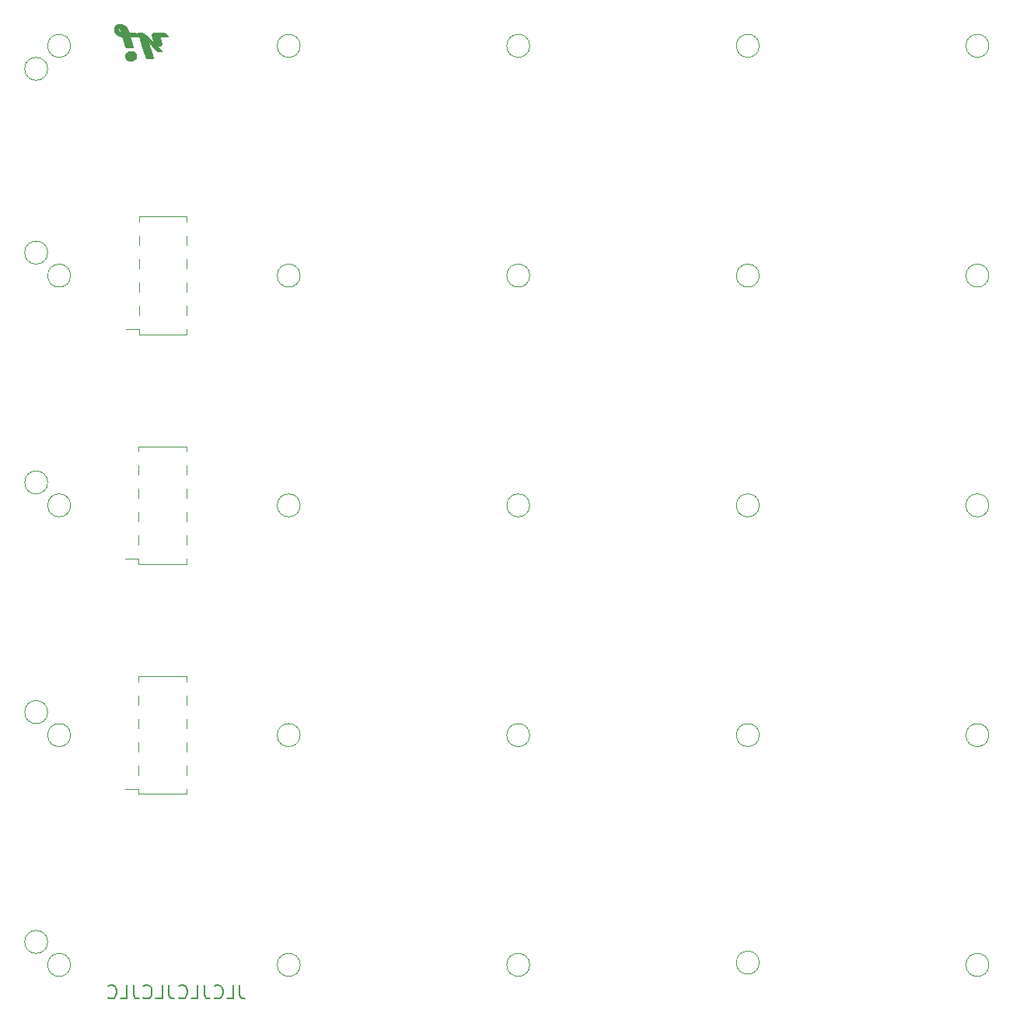
<source format=gbr>
%TF.GenerationSoftware,KiCad,Pcbnew,(5.1.10)-1*%
%TF.CreationDate,2021-09-12T14:26:05+02:00*%
%TF.ProjectId,LED_Cube_5X5X5_PCB2,4c45445f-4375-4626-955f-35583558355f,rev?*%
%TF.SameCoordinates,Original*%
%TF.FileFunction,Legend,Bot*%
%TF.FilePolarity,Positive*%
%FSLAX46Y46*%
G04 Gerber Fmt 4.6, Leading zero omitted, Abs format (unit mm)*
G04 Created by KiCad (PCBNEW (5.1.10)-1) date 2021-09-12 14:26:05*
%MOMM*%
%LPD*%
G01*
G04 APERTURE LIST*
%ADD10C,0.200000*%
%ADD11C,0.010000*%
%ADD12C,0.120000*%
G04 APERTURE END LIST*
D10*
X118928571Y-145178571D02*
X118928571Y-146250000D01*
X119000000Y-146464285D01*
X119142857Y-146607142D01*
X119357142Y-146678571D01*
X119500000Y-146678571D01*
X117500000Y-146678571D02*
X118214285Y-146678571D01*
X118214285Y-145178571D01*
X116142857Y-146535714D02*
X116214285Y-146607142D01*
X116428571Y-146678571D01*
X116571428Y-146678571D01*
X116785714Y-146607142D01*
X116928571Y-146464285D01*
X117000000Y-146321428D01*
X117071428Y-146035714D01*
X117071428Y-145821428D01*
X117000000Y-145535714D01*
X116928571Y-145392857D01*
X116785714Y-145250000D01*
X116571428Y-145178571D01*
X116428571Y-145178571D01*
X116214285Y-145250000D01*
X116142857Y-145321428D01*
X115071428Y-145178571D02*
X115071428Y-146250000D01*
X115142857Y-146464285D01*
X115285714Y-146607142D01*
X115500000Y-146678571D01*
X115642857Y-146678571D01*
X113642857Y-146678571D02*
X114357142Y-146678571D01*
X114357142Y-145178571D01*
X112285714Y-146535714D02*
X112357142Y-146607142D01*
X112571428Y-146678571D01*
X112714285Y-146678571D01*
X112928571Y-146607142D01*
X113071428Y-146464285D01*
X113142857Y-146321428D01*
X113214285Y-146035714D01*
X113214285Y-145821428D01*
X113142857Y-145535714D01*
X113071428Y-145392857D01*
X112928571Y-145250000D01*
X112714285Y-145178571D01*
X112571428Y-145178571D01*
X112357142Y-145250000D01*
X112285714Y-145321428D01*
X111214285Y-145178571D02*
X111214285Y-146250000D01*
X111285714Y-146464285D01*
X111428571Y-146607142D01*
X111642857Y-146678571D01*
X111785714Y-146678571D01*
X109785714Y-146678571D02*
X110500000Y-146678571D01*
X110500000Y-145178571D01*
X108428571Y-146535714D02*
X108500000Y-146607142D01*
X108714285Y-146678571D01*
X108857142Y-146678571D01*
X109071428Y-146607142D01*
X109214285Y-146464285D01*
X109285714Y-146321428D01*
X109357142Y-146035714D01*
X109357142Y-145821428D01*
X109285714Y-145535714D01*
X109214285Y-145392857D01*
X109071428Y-145250000D01*
X108857142Y-145178571D01*
X108714285Y-145178571D01*
X108500000Y-145250000D01*
X108428571Y-145321428D01*
X107357142Y-145178571D02*
X107357142Y-146250000D01*
X107428571Y-146464285D01*
X107571428Y-146607142D01*
X107785714Y-146678571D01*
X107928571Y-146678571D01*
X105928571Y-146678571D02*
X106642857Y-146678571D01*
X106642857Y-145178571D01*
X104571428Y-146535714D02*
X104642857Y-146607142D01*
X104857142Y-146678571D01*
X105000000Y-146678571D01*
X105214285Y-146607142D01*
X105357142Y-146464285D01*
X105428571Y-146321428D01*
X105500000Y-146035714D01*
X105500000Y-145821428D01*
X105428571Y-145535714D01*
X105357142Y-145392857D01*
X105214285Y-145250000D01*
X105000000Y-145178571D01*
X104857142Y-145178571D01*
X104642857Y-145250000D01*
X104571428Y-145321428D01*
D11*
%TO.C,G\u002A\u002A\u002A*%
G36*
X107104847Y-44653026D02*
G01*
X107180185Y-44646665D01*
X107229321Y-44637346D01*
X107321437Y-44603119D01*
X107412698Y-44551765D01*
X107496411Y-44488136D01*
X107565882Y-44417082D01*
X107600933Y-44368057D01*
X107640878Y-44279193D01*
X107662275Y-44179432D01*
X107665188Y-44075156D01*
X107649682Y-43972752D01*
X107615822Y-43878603D01*
X107595605Y-43842200D01*
X107527889Y-43756168D01*
X107441974Y-43681069D01*
X107344331Y-43621784D01*
X107258724Y-43587999D01*
X107201962Y-43575741D01*
X107132243Y-43567515D01*
X107057365Y-43563540D01*
X106985127Y-43564034D01*
X106923328Y-43569217D01*
X106884750Y-43577500D01*
X106769541Y-43623248D01*
X106675126Y-43677546D01*
X106597650Y-43742806D01*
X106567768Y-43775813D01*
X106510169Y-43854458D01*
X106472668Y-43931361D01*
X106452750Y-44014044D01*
X106447896Y-44110028D01*
X106448535Y-44132103D01*
X106452444Y-44193346D01*
X106460065Y-44239779D01*
X106473868Y-44281962D01*
X106493665Y-44325121D01*
X106554254Y-44420116D01*
X106634517Y-44503780D01*
X106729922Y-44572479D01*
X106835937Y-44622579D01*
X106883078Y-44637346D01*
X106945998Y-44648367D01*
X107023353Y-44653594D01*
X107104847Y-44653026D01*
G37*
X107104847Y-44653026D02*
X107180185Y-44646665D01*
X107229321Y-44637346D01*
X107321437Y-44603119D01*
X107412698Y-44551765D01*
X107496411Y-44488136D01*
X107565882Y-44417082D01*
X107600933Y-44368057D01*
X107640878Y-44279193D01*
X107662275Y-44179432D01*
X107665188Y-44075156D01*
X107649682Y-43972752D01*
X107615822Y-43878603D01*
X107595605Y-43842200D01*
X107527889Y-43756168D01*
X107441974Y-43681069D01*
X107344331Y-43621784D01*
X107258724Y-43587999D01*
X107201962Y-43575741D01*
X107132243Y-43567515D01*
X107057365Y-43563540D01*
X106985127Y-43564034D01*
X106923328Y-43569217D01*
X106884750Y-43577500D01*
X106769541Y-43623248D01*
X106675126Y-43677546D01*
X106597650Y-43742806D01*
X106567768Y-43775813D01*
X106510169Y-43854458D01*
X106472668Y-43931361D01*
X106452750Y-44014044D01*
X106447896Y-44110028D01*
X106448535Y-44132103D01*
X106452444Y-44193346D01*
X106460065Y-44239779D01*
X106473868Y-44281962D01*
X106493665Y-44325121D01*
X106554254Y-44420116D01*
X106634517Y-44503780D01*
X106729922Y-44572479D01*
X106835937Y-44622579D01*
X106883078Y-44637346D01*
X106945998Y-44648367D01*
X107023353Y-44653594D01*
X107104847Y-44653026D01*
G36*
X109227774Y-44388118D02*
G01*
X109321328Y-44387511D01*
X109393794Y-44386396D01*
X109447325Y-44384685D01*
X109484076Y-44382292D01*
X109506202Y-44379133D01*
X109515857Y-44375119D01*
X109516503Y-44372106D01*
X109511985Y-44358112D01*
X109500663Y-44322242D01*
X109483279Y-44266873D01*
X109460572Y-44194381D01*
X109433285Y-44107144D01*
X109402158Y-44007538D01*
X109367932Y-43897940D01*
X109331349Y-43780728D01*
X109293149Y-43658279D01*
X109254074Y-43532969D01*
X109214865Y-43407175D01*
X109176262Y-43283275D01*
X109139008Y-43163645D01*
X109103843Y-43050662D01*
X109071507Y-42946704D01*
X109042743Y-42854147D01*
X109018292Y-42775369D01*
X108998894Y-42712745D01*
X108985290Y-42668654D01*
X108979733Y-42650487D01*
X108976445Y-42640022D01*
X108973973Y-42631303D01*
X108973416Y-42625406D01*
X108975871Y-42623410D01*
X108982436Y-42626391D01*
X108994209Y-42635427D01*
X109012289Y-42651597D01*
X109037772Y-42675976D01*
X109071758Y-42709643D01*
X109115343Y-42753676D01*
X109169627Y-42809151D01*
X109235706Y-42877146D01*
X109314680Y-42958739D01*
X109407645Y-43055008D01*
X109515700Y-43167029D01*
X109639943Y-43295880D01*
X109684964Y-43342569D01*
X109907350Y-43573188D01*
X110452996Y-43575500D01*
X110319892Y-43438975D01*
X110258276Y-43375791D01*
X110187444Y-43303175D01*
X110115922Y-43229871D01*
X110052241Y-43164621D01*
X110049147Y-43161452D01*
X109911507Y-43020454D01*
X110053924Y-43011443D01*
X110152025Y-43002310D01*
X110228629Y-42987986D01*
X110287336Y-42967193D01*
X110331746Y-42938653D01*
X110365459Y-42901087D01*
X110365686Y-42900760D01*
X110383438Y-42871648D01*
X110395740Y-42841216D01*
X110402225Y-42806705D01*
X110402524Y-42765356D01*
X110396272Y-42714411D01*
X110383099Y-42651113D01*
X110362639Y-42572702D01*
X110334524Y-42476421D01*
X110298386Y-42359510D01*
X110290028Y-42332983D01*
X110261869Y-42243419D01*
X110236387Y-42161620D01*
X110214548Y-42090747D01*
X110197319Y-42033963D01*
X110185665Y-41994428D01*
X110180552Y-41975305D01*
X110180400Y-41974208D01*
X110192734Y-41971338D01*
X110228275Y-41968782D01*
X110284831Y-41966595D01*
X110360211Y-41964831D01*
X110452223Y-41963543D01*
X110558675Y-41962787D01*
X110650300Y-41962600D01*
X110788296Y-41962255D01*
X110902910Y-41961227D01*
X110993753Y-41959526D01*
X111060437Y-41957163D01*
X111102576Y-41954149D01*
X111119781Y-41950494D01*
X111120200Y-41949762D01*
X111115156Y-41931679D01*
X111102256Y-41899465D01*
X111092030Y-41876737D01*
X111041437Y-41797598D01*
X110969501Y-41727981D01*
X110879183Y-41670036D01*
X110773445Y-41625909D01*
X110727997Y-41612737D01*
X110706070Y-41608020D01*
X110679047Y-41604168D01*
X110644531Y-41601123D01*
X110600125Y-41598828D01*
X110543432Y-41597225D01*
X110472057Y-41596255D01*
X110383601Y-41595861D01*
X110275669Y-41595984D01*
X110145864Y-41596567D01*
X110076571Y-41596984D01*
X109940617Y-41597880D01*
X109827687Y-41598758D01*
X109735406Y-41599738D01*
X109661399Y-41600938D01*
X109603289Y-41602477D01*
X109558701Y-41604475D01*
X109525260Y-41607050D01*
X109500591Y-41610321D01*
X109482318Y-41614407D01*
X109468065Y-41619427D01*
X109455458Y-41625501D01*
X109450150Y-41628358D01*
X109409834Y-41657481D01*
X109374083Y-41694642D01*
X109367952Y-41703112D01*
X109350608Y-41733459D01*
X109341266Y-41764708D01*
X109337885Y-41806192D01*
X109337876Y-41840505D01*
X109339360Y-41871338D01*
X109343476Y-41904831D01*
X109351067Y-41944309D01*
X109362974Y-41993098D01*
X109380038Y-42054525D01*
X109403100Y-42131916D01*
X109433002Y-42228597D01*
X109448648Y-42278442D01*
X109476707Y-42367762D01*
X109502106Y-42449019D01*
X109523886Y-42519114D01*
X109541089Y-42574948D01*
X109552756Y-42613421D01*
X109557928Y-42631433D01*
X109558099Y-42632330D01*
X109549356Y-42625969D01*
X109524946Y-42604579D01*
X109487597Y-42570647D01*
X109440038Y-42526658D01*
X109384998Y-42475098D01*
X109370775Y-42461682D01*
X109309891Y-42404540D01*
X109234967Y-42334802D01*
X109150802Y-42256903D01*
X109062201Y-42175278D01*
X108973965Y-42094363D01*
X108897700Y-42024779D01*
X108793167Y-41929728D01*
X108704847Y-41850213D01*
X108630038Y-41784821D01*
X108566037Y-41732135D01*
X108510143Y-41690740D01*
X108459652Y-41659222D01*
X108411863Y-41636166D01*
X108364074Y-41620155D01*
X108313581Y-41609776D01*
X108257683Y-41603613D01*
X108193677Y-41600251D01*
X108118862Y-41598274D01*
X108081725Y-41597477D01*
X107995558Y-41596176D01*
X107924849Y-41596291D01*
X107872165Y-41597757D01*
X107840073Y-41600507D01*
X107830900Y-41603864D01*
X107834777Y-41621412D01*
X107844848Y-41654983D01*
X107856300Y-41689551D01*
X107869740Y-41730364D01*
X107878947Y-41761668D01*
X107881700Y-41774845D01*
X107872984Y-41773521D01*
X107850236Y-41758758D01*
X107821375Y-41736180D01*
X107757632Y-41688442D01*
X107693159Y-41652865D01*
X107616873Y-41623032D01*
X107593311Y-41616741D01*
X107561461Y-41611616D01*
X107518404Y-41607483D01*
X107461222Y-41604166D01*
X107386997Y-41601491D01*
X107292812Y-41599283D01*
X107193159Y-41597616D01*
X106828468Y-41592270D01*
X106770136Y-41412812D01*
X106715418Y-41260912D01*
X106656377Y-41131189D01*
X106590725Y-41020504D01*
X106516174Y-40925714D01*
X106430435Y-40843680D01*
X106331220Y-40771261D01*
X106280010Y-40740071D01*
X106191182Y-40697084D01*
X106090421Y-40662239D01*
X105983248Y-40636333D01*
X105875183Y-40620165D01*
X105771747Y-40614532D01*
X105678460Y-40620231D01*
X105600841Y-40638060D01*
X105593328Y-40640862D01*
X105501921Y-40685879D01*
X105427144Y-40744526D01*
X105364672Y-40820869D01*
X105320960Y-40896790D01*
X105286266Y-40977842D01*
X105264743Y-41060017D01*
X105254486Y-41152188D01*
X105253438Y-41194250D01*
X105716708Y-41194250D01*
X105717080Y-41135096D01*
X105719405Y-41094448D01*
X105725078Y-41065422D01*
X105735494Y-41041131D01*
X105752051Y-41014689D01*
X105753549Y-41012471D01*
X105778212Y-40980216D01*
X105793947Y-40970075D01*
X105799792Y-40974371D01*
X105806118Y-40990760D01*
X105818941Y-41027778D01*
X105837071Y-41081847D01*
X105859316Y-41149389D01*
X105884483Y-41226824D01*
X105901517Y-41279748D01*
X105927152Y-41360811D01*
X105949503Y-41433642D01*
X105967577Y-41494833D01*
X105980387Y-41540976D01*
X105986941Y-41568664D01*
X105987344Y-41575190D01*
X105970093Y-41576255D01*
X105939249Y-41565092D01*
X105901270Y-41545061D01*
X105862614Y-41519523D01*
X105832727Y-41494744D01*
X105797201Y-41454645D01*
X105763041Y-41406347D01*
X105750482Y-41384750D01*
X105734636Y-41351875D01*
X105724678Y-41321078D01*
X105719265Y-41284797D01*
X105717057Y-41235469D01*
X105716708Y-41194250D01*
X105253438Y-41194250D01*
X105252950Y-41213807D01*
X105260141Y-41340671D01*
X105283375Y-41451354D01*
X105324633Y-41550829D01*
X105385897Y-41644068D01*
X105455718Y-41722677D01*
X105511331Y-41775895D01*
X105561178Y-41815448D01*
X105614576Y-41848109D01*
X105659200Y-41870564D01*
X105774113Y-41916665D01*
X105890629Y-41947785D01*
X106000820Y-41961942D01*
X106027577Y-41962600D01*
X106100738Y-41962600D01*
X106183779Y-42219775D01*
X106211425Y-42305411D01*
X106244635Y-42408309D01*
X106281180Y-42521561D01*
X106318828Y-42638255D01*
X106355352Y-42751479D01*
X106378427Y-42823025D01*
X106490033Y-43169101D01*
X106900116Y-43169100D01*
X106999278Y-43168789D01*
X107089804Y-43167906D01*
X107168701Y-43166528D01*
X107232977Y-43164731D01*
X107279641Y-43162591D01*
X107305699Y-43160184D01*
X107310200Y-43158638D01*
X107306509Y-43144783D01*
X107295927Y-43109085D01*
X107279188Y-43053929D01*
X107257026Y-42981699D01*
X107230177Y-42894780D01*
X107199374Y-42795556D01*
X107165353Y-42686413D01*
X107128848Y-42569736D01*
X107126050Y-42560809D01*
X107089420Y-42443866D01*
X107055214Y-42334453D01*
X107024166Y-42234929D01*
X106997008Y-42147653D01*
X106974471Y-42074982D01*
X106957291Y-42019276D01*
X106946197Y-41982893D01*
X106941925Y-41968192D01*
X106941900Y-41968021D01*
X106954148Y-41966830D01*
X106989085Y-41965729D01*
X107044001Y-41964747D01*
X107116184Y-41963916D01*
X107202924Y-41963263D01*
X107301511Y-41962819D01*
X107409233Y-41962612D01*
X107441547Y-41962600D01*
X107941194Y-41962600D01*
X108320215Y-43175450D01*
X108699235Y-44388300D01*
X109110976Y-44388300D01*
X109227774Y-44388118D01*
G37*
X109227774Y-44388118D02*
X109321328Y-44387511D01*
X109393794Y-44386396D01*
X109447325Y-44384685D01*
X109484076Y-44382292D01*
X109506202Y-44379133D01*
X109515857Y-44375119D01*
X109516503Y-44372106D01*
X109511985Y-44358112D01*
X109500663Y-44322242D01*
X109483279Y-44266873D01*
X109460572Y-44194381D01*
X109433285Y-44107144D01*
X109402158Y-44007538D01*
X109367932Y-43897940D01*
X109331349Y-43780728D01*
X109293149Y-43658279D01*
X109254074Y-43532969D01*
X109214865Y-43407175D01*
X109176262Y-43283275D01*
X109139008Y-43163645D01*
X109103843Y-43050662D01*
X109071507Y-42946704D01*
X109042743Y-42854147D01*
X109018292Y-42775369D01*
X108998894Y-42712745D01*
X108985290Y-42668654D01*
X108979733Y-42650487D01*
X108976445Y-42640022D01*
X108973973Y-42631303D01*
X108973416Y-42625406D01*
X108975871Y-42623410D01*
X108982436Y-42626391D01*
X108994209Y-42635427D01*
X109012289Y-42651597D01*
X109037772Y-42675976D01*
X109071758Y-42709643D01*
X109115343Y-42753676D01*
X109169627Y-42809151D01*
X109235706Y-42877146D01*
X109314680Y-42958739D01*
X109407645Y-43055008D01*
X109515700Y-43167029D01*
X109639943Y-43295880D01*
X109684964Y-43342569D01*
X109907350Y-43573188D01*
X110452996Y-43575500D01*
X110319892Y-43438975D01*
X110258276Y-43375791D01*
X110187444Y-43303175D01*
X110115922Y-43229871D01*
X110052241Y-43164621D01*
X110049147Y-43161452D01*
X109911507Y-43020454D01*
X110053924Y-43011443D01*
X110152025Y-43002310D01*
X110228629Y-42987986D01*
X110287336Y-42967193D01*
X110331746Y-42938653D01*
X110365459Y-42901087D01*
X110365686Y-42900760D01*
X110383438Y-42871648D01*
X110395740Y-42841216D01*
X110402225Y-42806705D01*
X110402524Y-42765356D01*
X110396272Y-42714411D01*
X110383099Y-42651113D01*
X110362639Y-42572702D01*
X110334524Y-42476421D01*
X110298386Y-42359510D01*
X110290028Y-42332983D01*
X110261869Y-42243419D01*
X110236387Y-42161620D01*
X110214548Y-42090747D01*
X110197319Y-42033963D01*
X110185665Y-41994428D01*
X110180552Y-41975305D01*
X110180400Y-41974208D01*
X110192734Y-41971338D01*
X110228275Y-41968782D01*
X110284831Y-41966595D01*
X110360211Y-41964831D01*
X110452223Y-41963543D01*
X110558675Y-41962787D01*
X110650300Y-41962600D01*
X110788296Y-41962255D01*
X110902910Y-41961227D01*
X110993753Y-41959526D01*
X111060437Y-41957163D01*
X111102576Y-41954149D01*
X111119781Y-41950494D01*
X111120200Y-41949762D01*
X111115156Y-41931679D01*
X111102256Y-41899465D01*
X111092030Y-41876737D01*
X111041437Y-41797598D01*
X110969501Y-41727981D01*
X110879183Y-41670036D01*
X110773445Y-41625909D01*
X110727997Y-41612737D01*
X110706070Y-41608020D01*
X110679047Y-41604168D01*
X110644531Y-41601123D01*
X110600125Y-41598828D01*
X110543432Y-41597225D01*
X110472057Y-41596255D01*
X110383601Y-41595861D01*
X110275669Y-41595984D01*
X110145864Y-41596567D01*
X110076571Y-41596984D01*
X109940617Y-41597880D01*
X109827687Y-41598758D01*
X109735406Y-41599738D01*
X109661399Y-41600938D01*
X109603289Y-41602477D01*
X109558701Y-41604475D01*
X109525260Y-41607050D01*
X109500591Y-41610321D01*
X109482318Y-41614407D01*
X109468065Y-41619427D01*
X109455458Y-41625501D01*
X109450150Y-41628358D01*
X109409834Y-41657481D01*
X109374083Y-41694642D01*
X109367952Y-41703112D01*
X109350608Y-41733459D01*
X109341266Y-41764708D01*
X109337885Y-41806192D01*
X109337876Y-41840505D01*
X109339360Y-41871338D01*
X109343476Y-41904831D01*
X109351067Y-41944309D01*
X109362974Y-41993098D01*
X109380038Y-42054525D01*
X109403100Y-42131916D01*
X109433002Y-42228597D01*
X109448648Y-42278442D01*
X109476707Y-42367762D01*
X109502106Y-42449019D01*
X109523886Y-42519114D01*
X109541089Y-42574948D01*
X109552756Y-42613421D01*
X109557928Y-42631433D01*
X109558099Y-42632330D01*
X109549356Y-42625969D01*
X109524946Y-42604579D01*
X109487597Y-42570647D01*
X109440038Y-42526658D01*
X109384998Y-42475098D01*
X109370775Y-42461682D01*
X109309891Y-42404540D01*
X109234967Y-42334802D01*
X109150802Y-42256903D01*
X109062201Y-42175278D01*
X108973965Y-42094363D01*
X108897700Y-42024779D01*
X108793167Y-41929728D01*
X108704847Y-41850213D01*
X108630038Y-41784821D01*
X108566037Y-41732135D01*
X108510143Y-41690740D01*
X108459652Y-41659222D01*
X108411863Y-41636166D01*
X108364074Y-41620155D01*
X108313581Y-41609776D01*
X108257683Y-41603613D01*
X108193677Y-41600251D01*
X108118862Y-41598274D01*
X108081725Y-41597477D01*
X107995558Y-41596176D01*
X107924849Y-41596291D01*
X107872165Y-41597757D01*
X107840073Y-41600507D01*
X107830900Y-41603864D01*
X107834777Y-41621412D01*
X107844848Y-41654983D01*
X107856300Y-41689551D01*
X107869740Y-41730364D01*
X107878947Y-41761668D01*
X107881700Y-41774845D01*
X107872984Y-41773521D01*
X107850236Y-41758758D01*
X107821375Y-41736180D01*
X107757632Y-41688442D01*
X107693159Y-41652865D01*
X107616873Y-41623032D01*
X107593311Y-41616741D01*
X107561461Y-41611616D01*
X107518404Y-41607483D01*
X107461222Y-41604166D01*
X107386997Y-41601491D01*
X107292812Y-41599283D01*
X107193159Y-41597616D01*
X106828468Y-41592270D01*
X106770136Y-41412812D01*
X106715418Y-41260912D01*
X106656377Y-41131189D01*
X106590725Y-41020504D01*
X106516174Y-40925714D01*
X106430435Y-40843680D01*
X106331220Y-40771261D01*
X106280010Y-40740071D01*
X106191182Y-40697084D01*
X106090421Y-40662239D01*
X105983248Y-40636333D01*
X105875183Y-40620165D01*
X105771747Y-40614532D01*
X105678460Y-40620231D01*
X105600841Y-40638060D01*
X105593328Y-40640862D01*
X105501921Y-40685879D01*
X105427144Y-40744526D01*
X105364672Y-40820869D01*
X105320960Y-40896790D01*
X105286266Y-40977842D01*
X105264743Y-41060017D01*
X105254486Y-41152188D01*
X105253438Y-41194250D01*
X105716708Y-41194250D01*
X105717080Y-41135096D01*
X105719405Y-41094448D01*
X105725078Y-41065422D01*
X105735494Y-41041131D01*
X105752051Y-41014689D01*
X105753549Y-41012471D01*
X105778212Y-40980216D01*
X105793947Y-40970075D01*
X105799792Y-40974371D01*
X105806118Y-40990760D01*
X105818941Y-41027778D01*
X105837071Y-41081847D01*
X105859316Y-41149389D01*
X105884483Y-41226824D01*
X105901517Y-41279748D01*
X105927152Y-41360811D01*
X105949503Y-41433642D01*
X105967577Y-41494833D01*
X105980387Y-41540976D01*
X105986941Y-41568664D01*
X105987344Y-41575190D01*
X105970093Y-41576255D01*
X105939249Y-41565092D01*
X105901270Y-41545061D01*
X105862614Y-41519523D01*
X105832727Y-41494744D01*
X105797201Y-41454645D01*
X105763041Y-41406347D01*
X105750482Y-41384750D01*
X105734636Y-41351875D01*
X105724678Y-41321078D01*
X105719265Y-41284797D01*
X105717057Y-41235469D01*
X105716708Y-41194250D01*
X105253438Y-41194250D01*
X105252950Y-41213807D01*
X105260141Y-41340671D01*
X105283375Y-41451354D01*
X105324633Y-41550829D01*
X105385897Y-41644068D01*
X105455718Y-41722677D01*
X105511331Y-41775895D01*
X105561178Y-41815448D01*
X105614576Y-41848109D01*
X105659200Y-41870564D01*
X105774113Y-41916665D01*
X105890629Y-41947785D01*
X106000820Y-41961942D01*
X106027577Y-41962600D01*
X106100738Y-41962600D01*
X106183779Y-42219775D01*
X106211425Y-42305411D01*
X106244635Y-42408309D01*
X106281180Y-42521561D01*
X106318828Y-42638255D01*
X106355352Y-42751479D01*
X106378427Y-42823025D01*
X106490033Y-43169101D01*
X106900116Y-43169100D01*
X106999278Y-43168789D01*
X107089804Y-43167906D01*
X107168701Y-43166528D01*
X107232977Y-43164731D01*
X107279641Y-43162591D01*
X107305699Y-43160184D01*
X107310200Y-43158638D01*
X107306509Y-43144783D01*
X107295927Y-43109085D01*
X107279188Y-43053929D01*
X107257026Y-42981699D01*
X107230177Y-42894780D01*
X107199374Y-42795556D01*
X107165353Y-42686413D01*
X107128848Y-42569736D01*
X107126050Y-42560809D01*
X107089420Y-42443866D01*
X107055214Y-42334453D01*
X107024166Y-42234929D01*
X106997008Y-42147653D01*
X106974471Y-42074982D01*
X106957291Y-42019276D01*
X106946197Y-41982893D01*
X106941925Y-41968192D01*
X106941900Y-41968021D01*
X106954148Y-41966830D01*
X106989085Y-41965729D01*
X107044001Y-41964747D01*
X107116184Y-41963916D01*
X107202924Y-41963263D01*
X107301511Y-41962819D01*
X107409233Y-41962612D01*
X107441547Y-41962600D01*
X107941194Y-41962600D01*
X108320215Y-43175450D01*
X108699235Y-44388300D01*
X109110976Y-44388300D01*
X109227774Y-44388118D01*
D12*
%TO.C,J1*%
X100501000Y-43000000D02*
G75*
G03*
X100501000Y-43000000I-1251000J0D01*
G01*
%TO.C,J2*%
X125501000Y-43000000D02*
G75*
G03*
X125501000Y-43000000I-1251000J0D01*
G01*
%TO.C,J3*%
X150501000Y-43000000D02*
G75*
G03*
X150501000Y-43000000I-1251000J0D01*
G01*
%TO.C,J4*%
X175501000Y-43000000D02*
G75*
G03*
X175501000Y-43000000I-1251000J0D01*
G01*
%TO.C,J5*%
X200501000Y-43000000D02*
G75*
G03*
X200501000Y-43000000I-1251000J0D01*
G01*
%TO.C,J6*%
X100501000Y-68000000D02*
G75*
G03*
X100501000Y-68000000I-1251000J0D01*
G01*
%TO.C,J7*%
X125501000Y-68000000D02*
G75*
G03*
X125501000Y-68000000I-1251000J0D01*
G01*
%TO.C,J8*%
X150501000Y-68000000D02*
G75*
G03*
X150501000Y-68000000I-1251000J0D01*
G01*
%TO.C,J9*%
X175501000Y-68000000D02*
G75*
G03*
X175501000Y-68000000I-1251000J0D01*
G01*
%TO.C,J10*%
X200501000Y-68000000D02*
G75*
G03*
X200501000Y-68000000I-1251000J0D01*
G01*
%TO.C,J11*%
X100501000Y-93000000D02*
G75*
G03*
X100501000Y-93000000I-1251000J0D01*
G01*
%TO.C,J12*%
X125501000Y-93000000D02*
G75*
G03*
X125501000Y-93000000I-1251000J0D01*
G01*
%TO.C,J13*%
X150501000Y-93000000D02*
G75*
G03*
X150501000Y-93000000I-1251000J0D01*
G01*
%TO.C,J14*%
X175501000Y-93000000D02*
G75*
G03*
X175501000Y-93000000I-1251000J0D01*
G01*
%TO.C,J15*%
X200501000Y-93000000D02*
G75*
G03*
X200501000Y-93000000I-1251000J0D01*
G01*
%TO.C,J16*%
X100501000Y-118000000D02*
G75*
G03*
X100501000Y-118000000I-1251000J0D01*
G01*
%TO.C,J17*%
X125501000Y-118000000D02*
G75*
G03*
X125501000Y-118000000I-1251000J0D01*
G01*
%TO.C,J18*%
X150501000Y-118000000D02*
G75*
G03*
X150501000Y-118000000I-1251000J0D01*
G01*
%TO.C,J19*%
X175501000Y-118000000D02*
G75*
G03*
X175501000Y-118000000I-1251000J0D01*
G01*
%TO.C,J20*%
X200501000Y-118000000D02*
G75*
G03*
X200501000Y-118000000I-1251000J0D01*
G01*
%TO.C,J21*%
X100501000Y-143000000D02*
G75*
G03*
X100501000Y-143000000I-1251000J0D01*
G01*
%TO.C,J22*%
X125501000Y-143000000D02*
G75*
G03*
X125501000Y-143000000I-1251000J0D01*
G01*
%TO.C,J23*%
X150501000Y-143000000D02*
G75*
G03*
X150501000Y-143000000I-1251000J0D01*
G01*
%TO.C,J24*%
X175501000Y-142750000D02*
G75*
G03*
X175501000Y-142750000I-1251000J0D01*
G01*
%TO.C,J25*%
X200501000Y-143000000D02*
G75*
G03*
X200501000Y-143000000I-1251000J0D01*
G01*
%TO.C,J26*%
X98001000Y-45500000D02*
G75*
G03*
X98001000Y-45500000I-1251000J0D01*
G01*
%TO.C,J27*%
X98001000Y-65500000D02*
G75*
G03*
X98001000Y-65500000I-1251000J0D01*
G01*
%TO.C,J28*%
X98001000Y-90500000D02*
G75*
G03*
X98001000Y-90500000I-1251000J0D01*
G01*
%TO.C,J29*%
X98001000Y-115500000D02*
G75*
G03*
X98001000Y-115500000I-1251000J0D01*
G01*
%TO.C,J30*%
X98001000Y-140500000D02*
G75*
G03*
X98001000Y-140500000I-1251000J0D01*
G01*
%TO.C,J31*%
X107950000Y-74410000D02*
X113150000Y-74410000D01*
X107950000Y-61590000D02*
X113150000Y-61590000D01*
X106510000Y-73840000D02*
X107950000Y-73840000D01*
X107950000Y-74410000D02*
X107950000Y-73840000D01*
X113150000Y-74410000D02*
X113150000Y-73840000D01*
X107950000Y-62160000D02*
X107950000Y-61590000D01*
X113150000Y-62160000D02*
X113150000Y-61590000D01*
X107950000Y-72320000D02*
X107950000Y-71300000D01*
X113150000Y-72320000D02*
X113150000Y-71300000D01*
X107950000Y-69780000D02*
X107950000Y-68760000D01*
X113150000Y-69780000D02*
X113150000Y-68760000D01*
X107950000Y-67240000D02*
X107950000Y-66220000D01*
X113150000Y-67240000D02*
X113150000Y-66220000D01*
X107950000Y-64700000D02*
X107950000Y-63680000D01*
X113150000Y-64700000D02*
X113150000Y-63680000D01*
%TO.C,J32*%
X113100000Y-89700000D02*
X113100000Y-88680000D01*
X107900000Y-89700000D02*
X107900000Y-88680000D01*
X113100000Y-92240000D02*
X113100000Y-91220000D01*
X107900000Y-92240000D02*
X107900000Y-91220000D01*
X113100000Y-94780000D02*
X113100000Y-93760000D01*
X107900000Y-94780000D02*
X107900000Y-93760000D01*
X113100000Y-97320000D02*
X113100000Y-96300000D01*
X107900000Y-97320000D02*
X107900000Y-96300000D01*
X113100000Y-87160000D02*
X113100000Y-86590000D01*
X107900000Y-87160000D02*
X107900000Y-86590000D01*
X113100000Y-99410000D02*
X113100000Y-98840000D01*
X107900000Y-99410000D02*
X107900000Y-98840000D01*
X106460000Y-98840000D02*
X107900000Y-98840000D01*
X107900000Y-86590000D02*
X113100000Y-86590000D01*
X107900000Y-99410000D02*
X113100000Y-99410000D01*
%TO.C,J33*%
X107900000Y-124410000D02*
X113100000Y-124410000D01*
X107900000Y-111590000D02*
X113100000Y-111590000D01*
X106460000Y-123840000D02*
X107900000Y-123840000D01*
X107900000Y-124410000D02*
X107900000Y-123840000D01*
X113100000Y-124410000D02*
X113100000Y-123840000D01*
X107900000Y-112160000D02*
X107900000Y-111590000D01*
X113100000Y-112160000D02*
X113100000Y-111590000D01*
X107900000Y-122320000D02*
X107900000Y-121300000D01*
X113100000Y-122320000D02*
X113100000Y-121300000D01*
X107900000Y-119780000D02*
X107900000Y-118760000D01*
X113100000Y-119780000D02*
X113100000Y-118760000D01*
X107900000Y-117240000D02*
X107900000Y-116220000D01*
X113100000Y-117240000D02*
X113100000Y-116220000D01*
X107900000Y-114700000D02*
X107900000Y-113680000D01*
X113100000Y-114700000D02*
X113100000Y-113680000D01*
%TD*%
M02*

</source>
